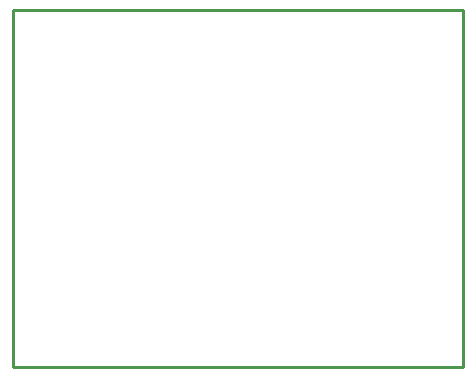
<source format=gko>
G04 EAGLE Gerber RS-274X export*
G75*
%MOMM*%
%FSLAX34Y34*%
%LPD*%
%INBoard Outline*%
%IPPOS*%
%AMOC8*
5,1,8,0,0,1.08239X$1,22.5*%
G01*
%ADD10C,0.254000*%


D10*
X0Y0D02*
X380800Y0D01*
X380800Y301500D01*
X0Y301500D01*
X0Y0D01*
M02*

</source>
